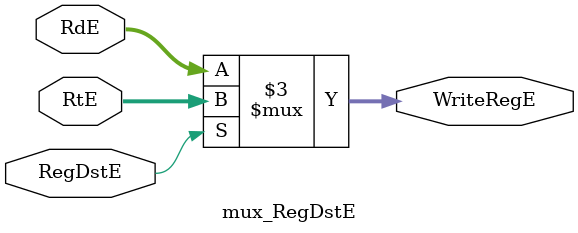
<source format=v>
`timescale 1ns / 1ps
module mux_RegDstE(
	input wire [4:0]RtE,
	input wire [4:0]RdE,
	
	input wire RegDstE,
	
	output reg [4:0]WriteRegE
    );
	 
	 always@(*)
	 begin
	 
		 if(RegDstE)
			WriteRegE <= RtE;
		 else
			WriteRegE <= RdE;
	 
	 end


endmodule

</source>
